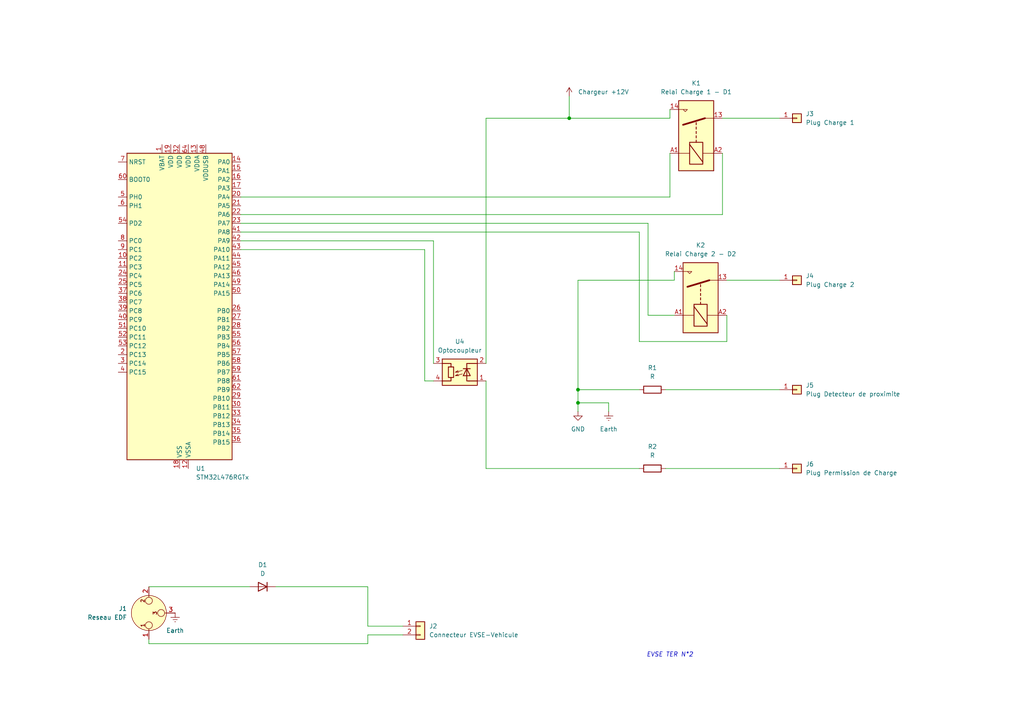
<source format=kicad_sch>
(kicad_sch (version 20250114) (generator "eeschema") (generator_version "9.0")
  (paper "A4")
  (lib_symbols
    (symbol "Connector_Audio:NC3MAMH-PH" (pin_names (hide yes))
      (property "Reference" "J" (at 0 8.89 0))
      (property "Value" "NC3MAMH-PH" (at 0 6.35 0))
      (symbol "NC3MAMH-PH_0_1"
        (polyline (pts (xy -5.08 0) (xy -4.572 0)))
        (circle (center -3.556 0) (radius 1.016))
        (circle (center 0 0) (radius 5.08) (fill (type background)))
        (circle (center 0 -3.556) (radius 1.016))
        (polyline (pts (xy 0 -5.08) (xy 0 -4.572)))
        (circle (center 3.556 0) (radius 1.016))
        (polyline (pts (xy 5.08 0) (xy 4.572 0)))
        (text "1" (at -3.556 1.778 0) (effects (font (size 1.016 1.016) (bold yes))))
        (text "3" (at 0 -1.778 0) (effects (font (size 1.016 1.016) (bold yes))))
        (text "2" (at 3.556 1.778 0) (effects (font (size 1.016 1.016) (bold yes))))
        (pin passive line (at -7.62 0 0) (length 2.54) (name "~") (number "1"))
        (pin passive line (at 0 -7.62 90) (length 2.54) (name "~") (number "3"))
        (pin passive line (at 7.62 0 180) (length 2.54) (name "~") (number "2"))
      )
    )
    (symbol "Connector_Generic:Conn_01x01" (pin_names (offset 1.016) (hide yes))
      (property "Reference" "J" (at 0 2.54 0))
      (property "Value" "Conn_01x01" (at 0 -2.54 0))
      (symbol "Conn_01x01_1_1"
        (rectangle (start -1.27 1.27) (end 1.27 -1.27) (stroke (width 0.254)) (fill (type background)))
        (rectangle (start -1.27 0.127) (end 0 -0.127) (stroke (width 0.1524)))
        (pin passive line (at -5.08 0 0) (length 3.81) (name "Pin_1") (number "1"))
      )
    )
    (symbol "Connector_Generic:Conn_01x02" (pin_names (offset 1.016) (hide yes))
      (property "Reference" "J" (at 0 2.54 0))
      (property "Value" "Conn_01x02" (at 0 -5.08 0))
      (symbol "Conn_01x02_1_1"
        (rectangle (start -1.27 1.27) (end 1.27 -3.81) (stroke (width 0.254)) (fill (type background)))
        (rectangle (start -1.27 0.127) (end 0 -0.127) (stroke (width 0.1524)))
        (rectangle (start -1.27 -2.413) (end 0 -2.667) (stroke (width 0.1524)))
        (pin passive line (at -5.08 0 0) (length 3.81) (name "Pin_1") (number "1"))
        (pin passive line (at -5.08 -2.54 0) (length 3.81) (name "Pin_2") (number "2"))
      )
    )
    (symbol "Device:D" (pin_numbers (hide yes)) (pin_names (offset 1.016) (hide yes))
      (property "Reference" "D" (at 0 2.54 0))
      (property "Value" "D" (at 0 -2.54 0))
      (symbol "D_0_1"
        (polyline (pts (xy -1.27 1.27) (xy -1.27 -1.27)) (stroke (width 0.254)))
        (polyline (pts (xy 1.27 1.27) (xy 1.27 -1.27) (xy -1.27 0) (xy 1.27 1.27)) (stroke (width 0.254)))
        (polyline (pts (xy 1.27 0) (xy -1.27 0)))
      )
      (symbol "D_1_1"
        (pin passive line (at -3.81 0 0) (length 2.54) (name "K") (number "1"))
        (pin passive line (at 3.81 0 180) (length 2.54) (name "A") (number "2"))
      )
    )
    (symbol "Device:R" (pin_numbers (hide yes)) (pin_names (offset 0))
      (property "Reference" "R" (at 2.032 0 90))
      (property "Value" "R" (at 0 0 90))
      (symbol "R_0_1"
        (rectangle (start -1.016 -2.54) (end 1.016 2.54) (stroke (width 0.254)))
      )
      (symbol "R_1_1"
        (pin passive line (at 0 3.81 270) (length 1.27) (name "~") (number "1"))
        (pin passive line (at 0 -3.81 90) (length 1.27) (name "~") (number "2"))
      )
    )
    (symbol "Earth_1" (power) (pin_numbers (hide yes)) (pin_names (offset 0) (hide yes))
      (property "Value" "Earth" (at 0 -3.81 0))
      (symbol "Earth_1_0_1"
        (polyline (pts (xy -0.635 -1.905) (xy 0.635 -1.905)))
        (polyline (pts (xy -0.127 -2.54) (xy 0.127 -2.54)))
        (polyline (pts (xy 0 -1.27) (xy 0 0)))
        (polyline (pts (xy 1.27 -1.27) (xy -1.27 -1.27)))
      )
      (symbol "Earth_1_1_1"
        (pin power_in line (at 0 0 270) (length 0) (name "~") (number "1"))
      )
    )
    (symbol "Earth_2" (power) (pin_numbers (hide yes)) (pin_names (offset 0) (hide yes))
      (property "Value" "Earth" (at 0 -3.81 0))
      (symbol "Earth_2_0_1"
        (polyline (pts (xy -0.635 -1.905) (xy 0.635 -1.905)))
        (polyline (pts (xy -0.127 -2.54) (xy 0.127 -2.54)))
        (polyline (pts (xy 0 -1.27) (xy 0 0)))
        (polyline (pts (xy 1.27 -1.27) (xy -1.27 -1.27)))
      )
      (symbol "Earth_2_1_1"
        (pin power_in line (at 0 0 270) (length 0) (name "~") (number "1"))
      )
    )
    (symbol "GND_1" (power) (pin_numbers (hide yes)) (pin_names (offset 0) (hide yes))
      (property "Value" "GND" (at 0 -3.81 0))
      (symbol "GND_1_0_1"
        (polyline (pts (xy 0 0) (xy 0 -1.27) (xy 1.27 -1.27) (xy 0 -2.54) (xy -1.27 -1.27) (xy 0 -1.27)))
      )
      (symbol "GND_1_1_1"
        (pin power_in line (at 0 0 270) (length 0) (name "~") (number "1"))
      )
    )
    (symbol "Isolator:NSL-32" (pin_names (offset 0.762) (hide yes))
      (property "Reference" "U" (at 0 5.08 0))
      (property "Value" "NSL-32" (at 0 -5.08 0))
      (symbol "NSL-32_0_1"
        (rectangle (start -5.08 3.81) (end 5.08 -3.81) (stroke (width 0.254)) (fill (type background)))
        (polyline (pts (xy -5.08 2.54) (xy -2.54 2.54)) (stroke (width 0.254)))
        (polyline (pts (xy -2.794 -2.54) (xy -5.08 -2.54)) (stroke (width 0.254)))
        (polyline (pts (xy -2.794 -2.54) (xy -2.032 -2.54) (xy -2.032 2.54) (xy -2.794 2.54)) (stroke (width 0.254)))
        (polyline (pts (xy -1.016 1.016) (xy -3.048 1.016) (xy -2.032 -1.016) (xy -1.016 1.016) (xy -1.016 1.016) (xy -1.016 1.016)) (stroke (width 0.254)))
        (polyline (pts (xy -1.016 -1.016) (xy -3.048 -1.016) (xy -3.048 -1.016)) (stroke (width 0.254)))
        (polyline (pts (xy -0.762 0.508) (xy 1.27 1.016) (xy 1.27 1.016)))
        (polyline (pts (xy -0.762 -0.508) (xy 1.27 0) (xy 1.27 0)))
        (polyline (pts (xy 0.254 1.016) (xy 1.27 1.016) (xy 0.508 0.508) (xy 0.508 0.508)))
        (polyline (pts (xy 0.254 0) (xy 1.27 0) (xy 0.508 -0.508) (xy 0.508 -0.508)))
        (rectangle (start 1.778 1.524) (end 3.302 -1.524) (stroke (width 0.254)))
        (polyline (pts (xy 2.54 1.524) (xy 2.54 2.54) (xy 5.08 2.54)) (stroke (width 0.254)))
        (polyline (pts (xy 2.54 -1.524) (xy 2.54 -2.54) (xy 5.08 -2.54)) (stroke (width 0.254)))
      )
      (symbol "NSL-32_1_1"
        (pin passive line (at -7.62 2.54 0) (length 2.54) (name "A") (number "1"))
        (pin passive line (at -7.62 -2.54 0) (length 2.54) (name "K") (number "2"))
        (pin passive line (at 7.62 2.54 180) (length 2.54) (name "R") (number "4"))
        (pin passive line (at 7.62 -2.54 180) (length 2.54) (name "R") (number "3"))
      )
    )
    (symbol "MCU_ST_STM32L4:STM32L476RGTx"
      (property "Reference" "U" (at -15.24 46.99 0))
      (property "Value" "STM32L476RGTx" (at 10.16 46.99 0))
      (symbol "STM32L476RGTx_0_1"
        (rectangle (start -15.24 -43.18) (end 15.24 45.72) (stroke (width 0.254)) (fill (type background)))
      )
      (symbol "STM32L476RGTx_1_1"
        (pin input line (at -17.78 43.18 0) (length 2.54) (name "NRST") (number "7"))
        (pin input line (at -17.78 38.1 0) (length 2.54) (name "BOOT0") (number "60"))
        (pin bidirectional line (at -17.78 33.02 0) (length 2.54) (name "PH0") (number "5"))
        (pin bidirectional line (at -17.78 30.48 0) (length 2.54) (name "PH1") (number "6"))
        (pin bidirectional line (at -17.78 25.4 0) (length 2.54) (name "PD2") (number "54"))
        (pin bidirectional line (at -17.78 20.32 0) (length 2.54) (name "PC0") (number "8"))
        (pin bidirectional line (at -17.78 17.78 0) (length 2.54) (name "PC1") (number "9"))
        (pin bidirectional line (at -17.78 15.24 0) (length 2.54) (name "PC2") (number "10"))
        (pin bidirectional line (at -17.78 12.7 0) (length 2.54) (name "PC3") (number "11"))
        (pin bidirectional line (at -17.78 10.16 0) (length 2.54) (name "PC4") (number "24"))
        (pin bidirectional line (at -17.78 7.62 0) (length 2.54) (name "PC5") (number "25"))
        (pin bidirectional line (at -17.78 5.08 0) (length 2.54) (name "PC6") (number "37"))
        (pin bidirectional line (at -17.78 2.54 0) (length 2.54) (name "PC7") (number "38"))
        (pin bidirectional line (at -17.78 0 0) (length 2.54) (name "PC8") (number "39"))
        (pin bidirectional line (at -17.78 -2.54 0) (length 2.54) (name "PC9") (number "40"))
        (pin bidirectional line (at -17.78 -5.08 0) (length 2.54) (name "PC10") (number "51"))
        (pin bidirectional line (at -17.78 -7.62 0) (length 2.54) (name "PC11") (number "52"))
        (pin bidirectional line (at -17.78 -10.16 0) (length 2.54) (name "PC12") (number "53"))
        (pin bidirectional line (at -17.78 -12.7 0) (length 2.54) (name "PC13") (number "2"))
        (pin bidirectional line (at -17.78 -15.24 0) (length 2.54) (name "PC14") (number "3"))
        (pin bidirectional line (at -17.78 -17.78 0) (length 2.54) (name "PC15") (number "4"))
        (pin power_in line (at -5.08 48.26 270) (length 2.54) (name "VBAT") (number "1"))
        (pin power_in line (at -2.54 48.26 270) (length 2.54) (name "VDD") (number "19"))
        (pin power_in line (at 0 48.26 270) (length 2.54) (name "VDD") (number "32"))
        (pin power_in line (at 0 -45.72 90) (length 2.54) (name "VSS") (number "18"))
        (pin passive line (at 0 -45.72 90) (length 2.54) (hide yes) (name "VSS") (number "31"))
        (pin passive line (at 0 -45.72 90) (length 2.54) (hide yes) (name "VSS") (number "47"))
        (pin passive line (at 0 -45.72 90) (length 2.54) (hide yes) (name "VSS") (number "63"))
        (pin power_in line (at 2.54 48.26 270) (length 2.54) (name "VDD") (number "64"))
        (pin power_in line (at 2.54 -45.72 90) (length 2.54) (name "VSSA") (number "12"))
        (pin power_in line (at 5.08 48.26 270) (length 2.54) (name "VDDA") (number "13"))
        (pin power_in line (at 7.62 48.26 270) (length 2.54) (name "VDDUSB") (number "48"))
        (pin bidirectional line (at 17.78 43.18 180) (length 2.54) (name "PA0") (number "14"))
        (pin bidirectional line (at 17.78 40.64 180) (length 2.54) (name "PA1") (number "15"))
        (pin bidirectional line (at 17.78 38.1 180) (length 2.54) (name "PA2") (number "16"))
        (pin bidirectional line (at 17.78 35.56 180) (length 2.54) (name "PA3") (number "17"))
        (pin bidirectional line (at 17.78 33.02 180) (length 2.54) (name "PA4") (number "20"))
        (pin bidirectional line (at 17.78 30.48 180) (length 2.54) (name "PA5") (number "21"))
        (pin bidirectional line (at 17.78 27.94 180) (length 2.54) (name "PA6") (number "22"))
        (pin bidirectional line (at 17.78 25.4 180) (length 2.54) (name "PA7") (number "23"))
        (pin bidirectional line (at 17.78 22.86 180) (length 2.54) (name "PA8") (number "41"))
        (pin bidirectional line (at 17.78 20.32 180) (length 2.54) (name "PA9") (number "42"))
        (pin bidirectional line (at 17.78 17.78 180) (length 2.54) (name "PA10") (number "43"))
        (pin bidirectional line (at 17.78 15.24 180) (length 2.54) (name "PA11") (number "44"))
        (pin bidirectional line (at 17.78 12.7 180) (length 2.54) (name "PA12") (number "45"))
        (pin bidirectional line (at 17.78 10.16 180) (length 2.54) (name "PA13") (number "46"))
        (pin bidirectional line (at 17.78 7.62 180) (length 2.54) (name "PA14") (number "49"))
        (pin bidirectional line (at 17.78 5.08 180) (length 2.54) (name "PA15") (number "50"))
        (pin bidirectional line (at 17.78 0 180) (length 2.54) (name "PB0") (number "26"))
        (pin bidirectional line (at 17.78 -2.54 180) (length 2.54) (name "PB1") (number "27"))
        (pin bidirectional line (at 17.78 -5.08 180) (length 2.54) (name "PB2") (number "28"))
        (pin bidirectional line (at 17.78 -7.62 180) (length 2.54) (name "PB3") (number "55"))
        (pin bidirectional line (at 17.78 -10.16 180) (length 2.54) (name "PB4") (number "56"))
        (pin bidirectional line (at 17.78 -12.7 180) (length 2.54) (name "PB5") (number "57"))
        (pin bidirectional line (at 17.78 -15.24 180) (length 2.54) (name "PB6") (number "58"))
        (pin bidirectional line (at 17.78 -17.78 180) (length 2.54) (name "PB7") (number "59"))
        (pin bidirectional line (at 17.78 -20.32 180) (length 2.54) (name "PB8") (number "61"))
        (pin bidirectional line (at 17.78 -22.86 180) (length 2.54) (name "PB9") (number "62"))
        (pin bidirectional line (at 17.78 -25.4 180) (length 2.54) (name "PB10") (number "29"))
        (pin bidirectional line (at 17.78 -27.94 180) (length 2.54) (name "PB11") (number "30"))
        (pin bidirectional line (at 17.78 -30.48 180) (length 2.54) (name "PB12") (number "33"))
        (pin bidirectional line (at 17.78 -33.02 180) (length 2.54) (name "PB13") (number "34"))
        (pin bidirectional line (at 17.78 -35.56 180) (length 2.54) (name "PB14") (number "35"))
        (pin bidirectional line (at 17.78 -38.1 180) (length 2.54) (name "PB15") (number "36"))
      )
    )
    (symbol "Relay:Relay_SPST-NO"
      (property "Reference" "K" (at 11.43 3.81 0))
      (property "Value" "Relay_SPST-NO" (at 11.43 1.27 0))
      (symbol "Relay_SPST-NO_0_0"
        (polyline (pts (xy 7.62 5.08) (xy 7.62 2.54) (xy 6.985 3.175) (xy 7.62 3.81)))
      )
      (symbol "Relay_SPST-NO_0_1"
        (rectangle (start -10.16 5.08) (end 10.16 -5.08) (stroke (width 0.254)) (fill (type background)))
        (rectangle (start -8.255 1.905) (end -1.905 -1.905) (stroke (width 0.254)))
        (polyline (pts (xy -7.62 -1.905) (xy -2.54 1.905)) (stroke (width 0.254)))
        (polyline (pts (xy -5.08 5.08) (xy -5.08 1.905)))
        (polyline (pts (xy -5.08 -5.08) (xy -5.08 -1.905)))
        (polyline (pts (xy -1.905 0) (xy -1.27 0)) (stroke (width 0.254)))
        (polyline (pts (xy -0.635 0) (xy 0 0)) (stroke (width 0.254)))
        (polyline (pts (xy 0.635 0) (xy 1.27 0)) (stroke (width 0.254)))
        (polyline (pts (xy 1.905 0) (xy 2.54 0)) (stroke (width 0.254)))
        (polyline (pts (xy 3.175 0) (xy 3.81 0)) (stroke (width 0.254)))
        (polyline (pts (xy 5.08 -2.54) (xy 3.175 3.81)) (stroke (width 0.508)))
        (polyline (pts (xy 5.08 -2.54) (xy 5.08 -5.08)))
      )
      (symbol "Relay_SPST-NO_1_1"
        (pin passive line (at -5.08 7.62 270) (length 2.54) (name "~") (number "A1"))
        (pin passive line (at -5.08 -7.62 90) (length 2.54) (name "~") (number "A2"))
        (pin passive line (at 5.08 -7.62 90) (length 2.54) (name "~") (number "13"))
        (pin passive line (at 7.62 7.62 270) (length 2.54) (name "~") (number "14"))
      )
    )
    (symbol "power:+12V" (power) (pin_names (offset 0))
      (property "Value" "+12V" (at 0 3.556 0))
      (symbol "+12V_0_1"
        (polyline (pts (xy -0.762 1.27) (xy 0 2.54)))
        (polyline (pts (xy 0 2.54) (xy 0.762 1.27)))
        (polyline (pts (xy 0 0) (xy 0 2.54)))
      )
      (symbol "+12V_1_1"
        (pin power_in line (at 0 0 90) (length 0) (hide yes) (name "+12V") (number "1"))
      )
    )
  )
  (text "EVSE TER N°2\n" (at 194.31 189.992 0) (effects (font (size 1.27 1.27) (italic yes))))
  (junction (at 167.64 113.03))
  (junction (at 165.1 34.29))
  (junction (at 167.64 116.84))
  (wire (pts (xy 125.73 69.85) (xy 69.85 69.85)))
  (wire (pts (xy 210.82 81.28) (xy 226.06 81.28)))
  (wire (pts (xy 167.64 116.84) (xy 167.64 119.38)))
  (wire (pts (xy 210.82 91.44) (xy 210.82 99.06)))
  (wire (pts (xy 187.96 64.77) (xy 69.85 64.77)))
  (wire (pts (xy 167.64 81.28) (xy 167.64 113.03)))
  (wire (pts (xy 123.19 110.49) (xy 125.73 110.49)))
  (wire (pts (xy 125.73 105.41) (xy 125.73 69.85)))
  (wire (pts (xy 167.64 113.03) (xy 185.42 113.03)))
  (wire (pts (xy 140.97 135.89) (xy 140.97 110.49)))
  (wire (pts (xy 69.85 57.15) (xy 194.31 57.15)))
  (wire (pts (xy 193.04 135.89) (xy 226.06 135.89)))
  (wire (pts (xy 185.42 67.31) (xy 185.42 99.06)))
  (wire (pts (xy 176.53 116.84) (xy 167.64 116.84)))
  (wire (pts (xy 195.58 81.28) (xy 195.58 78.74)))
  (wire (pts (xy 193.04 113.03) (xy 226.06 113.03)))
  (wire (pts (xy 69.85 67.31) (xy 185.42 67.31)))
  (wire (pts (xy 194.31 57.15) (xy 194.31 44.45)))
  (wire (pts (xy 69.85 62.23) (xy 209.55 62.23)))
  (wire (pts (xy 195.58 91.44) (xy 187.96 91.44)))
  (wire (pts (xy 123.19 72.39) (xy 123.19 110.49)))
  (wire (pts (xy 165.1 34.29) (xy 194.31 34.29)))
  (wire (pts (xy 69.85 72.39) (xy 123.19 72.39)))
  (wire (pts (xy 209.55 44.45) (xy 209.55 62.23)))
  (wire (pts (xy 167.64 81.28) (xy 195.58 81.28)))
  (wire (pts (xy 140.97 105.41) (xy 140.97 34.29)))
  (wire (pts (xy 187.96 91.44) (xy 187.96 64.77)))
  (wire (pts (xy 106.68 184.15) (xy 106.68 186.69)))
  (wire (pts (xy 43.18 186.69) (xy 43.18 185.42)))
  (wire (pts (xy 226.06 34.29) (xy 209.55 34.29)))
  (wire (pts (xy 43.18 186.69) (xy 106.68 186.69)))
  (wire (pts (xy 165.1 27.94) (xy 165.1 34.29)))
  (wire (pts (xy 185.42 135.89) (xy 140.97 135.89)))
  (wire (pts (xy 106.68 181.61) (xy 116.84 181.61)))
  (wire (pts (xy 167.64 116.84) (xy 167.64 113.03)))
  (wire (pts (xy 185.42 99.06) (xy 210.82 99.06)))
  (wire (pts (xy 106.68 170.18) (xy 80.01 170.18)))
  (wire (pts (xy 106.68 170.18) (xy 106.68 181.61)))
  (wire (pts (xy 106.68 184.15) (xy 116.84 184.15)))
  (wire (pts (xy 43.18 170.18) (xy 72.39 170.18)))
  (wire (pts (xy 176.53 119.38) (xy 176.53 116.84)))
  (wire (pts (xy 194.31 31.75) (xy 194.31 34.29)))
  (wire (pts (xy 140.97 34.29) (xy 165.1 34.29)))
  (symbol (lib_id "Connector_Generic:Conn_01x01") (at 231.14 34.29 0) (unit 1)
    (property "Reference" "J3" (at 233.68 33.0199 0) (effects (justify left)))
    (property "Value" "Plug Charge 1" (at 233.68 35.5599 0) (effects (justify left)))
    (property "Footprint" "Connector:Banana_Cliff_FCR7350B_S16N-PC_Horizontal" (effects (hide yes)))
    (property "Description" "Generic connector, single row, 01x01, script generated (kicad-library-utils/schlib/autogen/connector/)" (effects (hide yes)))
  )
  (symbol (lib_name "Earth_2") (lib_id "power:Earth") (at 176.53 119.38 0) (unit 1)
    (property "Reference" "#PWR05" (effects (hide yes)))
    (property "Value" "Earth" (at 176.53 124.46 0))
    (property "Description" "Power symbol creates a global label with name \"Earth\"" (effects (hide yes)))
  )
  (symbol (lib_id "Connector_Generic:Conn_01x01") (at 231.14 113.03 0) (unit 1)
    (property "Reference" "J5" (at 233.68 111.7599 0) (effects (justify left)))
    (property "Value" "Plug Detecteur de proximite" (at 233.68 114.2999 0) (effects (justify left)))
    (property "Footprint" "Connector_BarrelJack:BarrelJack_CUI_PJ-063AH_Horizontal" (effects (hide yes)))
    (property "Description" "Generic connector, single row, 01x01, script generated (kicad-library-utils/schlib/autogen/connector/)" (effects (hide yes)))
  )
  (symbol (lib_id "Connector_Generic:Conn_01x02") (at 121.92 181.61 0) (unit 1)
    (property "Reference" "J2" (at 124.46 181.6099 0) (effects (justify left)))
    (property "Value" "Connecteur EVSE-Vehicule" (at 124.46 184.1499 0) (effects (justify left)))
    (property "Footprint" "Connector:Banana_Cliff_FCR7350B_S16N-PC_Horizontal" (effects (hide yes)))
    (property "Description" "Generic connector, single row, 01x02, script generated (kicad-library-utils/schlib/autogen/connector/)" (effects (hide yes)))
  )
  (symbol (lib_name "GND_1") (lib_id "power:GND") (at 167.64 119.38 0) (unit 1)
    (property "Reference" "#PWR06" (effects (hide yes)))
    (property "Value" "GND" (at 167.64 124.46 0))
    (property "Description" "Power symbol creates a global label with name \"GND\" , ground" (effects (hide yes)))
  )
  (symbol (lib_id "Relay:Relay_SPST-NO") (at 201.93 39.37 90) (unit 1)
    (property "Reference" "K1" (at 201.93 24.13 90))
    (property "Value" "Relai Charge 1 - D1" (at 201.93 26.67 90))
    (property "Footprint" "Relay_THT:Relay_SPDT_Finder_40.31" (effects (hide yes)))
  )
  (symbol (lib_id "Device:R") (at 189.23 113.03 90) (unit 1)
    (property "Reference" "R1" (at 189.23 106.68 90))
    (property "Value" "R" (at 189.23 109.22 90))
    (property "Footprint" "Resistor_SMD:R_0201_0603Metric" (effects (hide yes)))
  )
  (symbol (lib_id "MCU_ST_STM32L4:STM32L476RGTx") (at 52.07 90.17 0) (unit 1)
    (property "Reference" "U1" (at 56.8041 135.89 0) (effects (justify left)))
    (property "Value" "STM32L476RGTx" (at 56.8041 138.43 0) (effects (justify left)))
    (property "Footprint" "Package_QFP:LQFP-64_10x10mm_P0.5mm" (effects (hide yes)))
    (property "Datasheet" "https://www.st.com/resource/en/datasheet/stm32l476rg.pdf" (effects (hide yes)))
  )
  (symbol (lib_id "Connector_Generic:Conn_01x01") (at 231.14 81.28 0) (unit 1)
    (property "Reference" "J4" (at 233.68 80.0099 0) (effects (justify left)))
    (property "Value" "Plug Charge 2" (at 233.68 82.5499 0) (effects (justify left)))
    (property "Footprint" "Connector:Banana_Cliff_FCR7350B_S16N-PC_Horizontal" (effects (hide yes)))
    (property "Description" "Generic connector, single row, 01x01, script generated (kicad-library-utils/schlib/autogen/connector/)" (effects (hide yes)))
  )
  (symbol (lib_id "Connector_Audio:NC3MAMH-PH") (at 43.18 177.8 90) (unit 1)
    (property "Reference" "J1" (at 36.83 176.5299 90) (effects (justify left)))
    (property "Value" "Reseau EDF" (at 36.83 179.0699 90) (effects (justify left)))
    (property "Footprint" "Valve:Valve_Mini_G" (effects (hide yes)))
    (property "Datasheet" "https://www.neutrik.com/en/product/nc3mamh-ph" (effects (hide yes)))
  )
  (symbol (lib_id "Device:D") (at 76.2 170.18 180) (unit 1)
    (property "Reference" "D1" (at 76.2 163.83 0))
    (property "Value" "D" (at 76.2 166.37 0))
    (property "Footprint" "LED_SMD:LED_0201_0603Metric" (effects (hide yes)))
    (property "Sim.Device" "D" (effects (hide yes)))
    (property "Sim.Pins" "1=K 2=A" (effects (hide yes)))
  )
  (symbol (lib_id "power:+12V") (at 165.1 27.94 0) (unit 1)
    (property "Reference" "#PWR02" (effects (hide yes)))
    (property "Value" "Chargeur +12V" (at 167.64 26.6699 0) (effects (justify left)))
  )
  (symbol (lib_id "Connector_Generic:Conn_01x01") (at 231.14 135.89 0) (unit 1)
    (property "Reference" "J6" (at 233.68 134.6199 0) (effects (justify left)))
    (property "Value" "Plug Permission de Charge" (at 233.68 137.1599 0) (effects (justify left)))
    (property "Footprint" "Connector_BarrelJack:BarrelJack_CUI_PJ-063AH_Horizontal" (effects (hide yes)))
    (property "Description" "Generic connector, single row, 01x01, script generated (kicad-library-utils/schlib/autogen/connector/)" (effects (hide yes)))
  )
  (symbol (lib_id "Device:R") (at 189.23 135.89 90) (unit 1)
    (property "Reference" "R2" (at 189.23 129.54 90))
    (property "Value" "R" (at 189.23 132.08 90))
    (property "Footprint" "Resistor_SMD:R_0201_0603Metric" (effects (hide yes)))
  )
  (symbol (lib_name "Earth_1") (lib_id "power:Earth") (at 50.8 177.8 0) (unit 1)
    (property "Reference" "#PWR04" (effects (hide yes)))
    (property "Value" "Earth" (at 50.8 182.88 0))
    (property "Description" "Power symbol creates a global label with name \"Earth\"" (effects (hide yes)))
  )
  (symbol (lib_id "Isolator:NSL-32") (at 133.35 107.95 180) (unit 1)
    (property "Reference" "U4" (at 133.35 99.06 0))
    (property "Value" "Optocoupleur" (at 133.35 101.6 0))
    (property "Footprint" "OptoDevice:Kodenshi_SG105F" (effects (hide yes)))
    (property "Datasheet" "http://lunainc.com/wp-content/uploads/2016/06/NSL-32.pdf" (effects (hide yes)))
    (property "Description" "Optocoupler, LED Input, Photocell Output" (effects (hide yes)))
  )
  (symbol (lib_id "Relay:Relay_SPST-NO") (at 203.2 86.36 90) (unit 1)
    (property "Reference" "K2" (at 203.2 71.12 90))
    (property "Value" "Relai Charge 2 - D2" (at 203.2 73.66 90))
    (property "Footprint" "Relay_THT:Relay_SPDT_Finder_40.31" (effects (hide yes)))
  )
)
</source>
